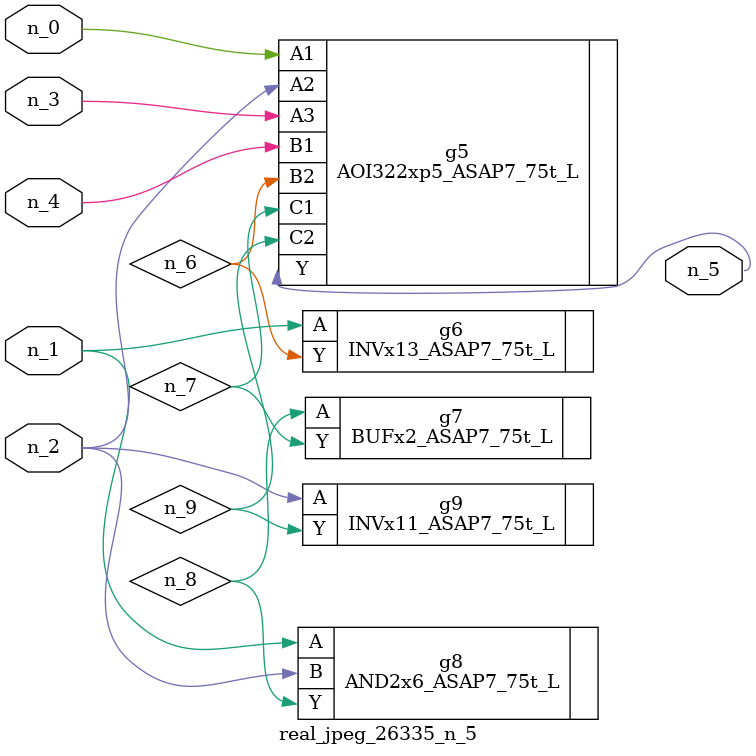
<source format=v>
module real_jpeg_26335_n_5 (n_4, n_0, n_1, n_2, n_3, n_5);

input n_4;
input n_0;
input n_1;
input n_2;
input n_3;

output n_5;

wire n_8;
wire n_6;
wire n_7;
wire n_9;

AOI322xp5_ASAP7_75t_L g5 ( 
.A1(n_0),
.A2(n_2),
.A3(n_3),
.B1(n_4),
.B2(n_6),
.C1(n_7),
.C2(n_9),
.Y(n_5)
);

INVx13_ASAP7_75t_L g6 ( 
.A(n_1),
.Y(n_6)
);

AND2x6_ASAP7_75t_L g8 ( 
.A(n_1),
.B(n_2),
.Y(n_8)
);

INVx11_ASAP7_75t_L g9 ( 
.A(n_2),
.Y(n_9)
);

BUFx2_ASAP7_75t_L g7 ( 
.A(n_8),
.Y(n_7)
);


endmodule
</source>
